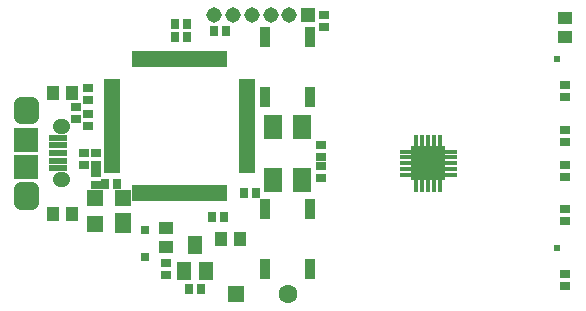
<source format=gts>
G04 EAGLE Gerber RS-274X export*
G75*
%MOMM*%
%FSLAX34Y34*%
%LPD*%
%INTop Solder Mask*%
%IPPOS*%
%AMOC8*
5,1,8,0,0,1.08239X$1,22.5*%
G01*
%ADD10C,0.603200*%
%ADD11R,0.965200X1.727200*%
%ADD12R,1.603200X2.103200*%
%ADD13R,1.203200X1.603200*%
%ADD14R,1.403200X0.503200*%
%ADD15R,0.503200X1.403200*%
%ADD16R,1.309600X1.309600*%
%ADD17C,1.309600*%
%ADD18R,1.553200X0.603200*%
%ADD19R,2.103200X2.003200*%
%ADD20C,1.156759*%
%ADD21C,1.198944*%
%ADD22R,1.203200X1.003200*%
%ADD23R,1.403200X1.703200*%
%ADD24R,1.403200X1.403200*%
%ADD25R,0.803200X0.703200*%
%ADD26R,0.953200X0.703200*%
%ADD27R,1.003200X1.203200*%
%ADD28R,0.703200X0.953200*%
%ADD29R,1.400000X1.400000*%
%ADD30C,1.600000*%
%ADD31R,0.457200X1.016000*%
%ADD32R,1.016000X0.457200*%
%ADD33R,2.946400X2.946400*%


D10*
X466996Y53604D03*
X466996Y213604D03*
D11*
X257810Y231648D03*
X257810Y180848D03*
X219710Y231648D03*
X219710Y180848D03*
X257810Y86360D03*
X257810Y35560D03*
X219710Y86360D03*
X219710Y35560D03*
D12*
X226260Y156104D03*
X226260Y111104D03*
X251260Y111104D03*
X251260Y156104D03*
D13*
X160528Y55704D03*
X170028Y33704D03*
X151028Y33704D03*
D14*
X204320Y118964D03*
X204320Y123964D03*
X204320Y128964D03*
X204320Y133964D03*
X204320Y138964D03*
X204320Y143964D03*
X204320Y148964D03*
X204320Y153964D03*
X204320Y158964D03*
X204320Y163964D03*
X204320Y168964D03*
X204320Y173964D03*
X204320Y178964D03*
X204320Y183964D03*
X204320Y188964D03*
X204320Y193964D03*
D15*
X184820Y213464D03*
X179820Y213464D03*
X174820Y213464D03*
X169820Y213464D03*
X164820Y213464D03*
X159820Y213464D03*
X154820Y213464D03*
X149820Y213464D03*
X144820Y213464D03*
X139820Y213464D03*
X134820Y213464D03*
X129820Y213464D03*
X124820Y213464D03*
X119820Y213464D03*
X114820Y213464D03*
X109820Y213464D03*
D14*
X90320Y193964D03*
X90320Y188964D03*
X90320Y183964D03*
X90320Y178964D03*
X90320Y173964D03*
X90320Y168964D03*
X90320Y163964D03*
X90320Y158964D03*
X90320Y153964D03*
X90320Y148964D03*
X90320Y143964D03*
X90320Y138964D03*
X90320Y133964D03*
X90320Y128964D03*
X90320Y123964D03*
X90320Y118964D03*
D15*
X109820Y99464D03*
X114820Y99464D03*
X119820Y99464D03*
X124820Y99464D03*
X129820Y99464D03*
X134820Y99464D03*
X139820Y99464D03*
X144820Y99464D03*
X149820Y99464D03*
X154820Y99464D03*
X159820Y99464D03*
X164820Y99464D03*
X169820Y99464D03*
X174820Y99464D03*
X179820Y99464D03*
X184820Y99464D03*
D16*
X256032Y250952D03*
D17*
X240157Y250952D03*
X224282Y250952D03*
X208407Y250952D03*
X192532Y250952D03*
X176657Y250952D03*
D18*
X44276Y133604D03*
X44276Y140104D03*
X44276Y146604D03*
X44276Y127104D03*
X44276Y120604D03*
D19*
X17526Y145104D03*
X17526Y122104D03*
D20*
X22258Y102836D02*
X22258Y91622D01*
X12794Y91622D01*
X12794Y102836D01*
X22258Y102836D01*
X22258Y102612D02*
X12794Y102612D01*
X22258Y164372D02*
X22258Y175586D01*
X22258Y164372D02*
X12794Y164372D01*
X12794Y175586D01*
X22258Y175586D01*
X22258Y175362D02*
X12794Y175362D01*
D21*
X46254Y155332D02*
X48798Y155332D01*
X46254Y155332D02*
X46254Y156376D01*
X48798Y156376D01*
X48798Y155332D01*
X48798Y110832D02*
X46254Y110832D01*
X46254Y111876D01*
X48798Y111876D01*
X48798Y110832D01*
D22*
X136144Y69976D03*
X136144Y53976D03*
D23*
X99156Y74848D03*
D24*
X99156Y95358D03*
X75596Y95308D03*
X75596Y73348D03*
D25*
X118364Y68904D03*
X118364Y45904D03*
D26*
X70104Y166624D03*
X70104Y156464D03*
X66040Y134112D03*
X66040Y123952D03*
X76200Y134112D03*
X76200Y123952D03*
X59944Y172720D03*
X59944Y162560D03*
X70104Y188976D03*
X70104Y178816D03*
D27*
X55752Y184912D03*
X39752Y184912D03*
X55752Y82296D03*
X39752Y82296D03*
D26*
X267208Y130048D03*
X267208Y140208D03*
X267208Y122936D03*
X267208Y112776D03*
D28*
X153416Y231648D03*
X143256Y231648D03*
X84328Y107696D03*
X94488Y107696D03*
D26*
X76200Y106680D03*
X76200Y116840D03*
D28*
X174752Y79248D03*
X184912Y79248D03*
X153416Y242824D03*
X143256Y242824D03*
X212344Y99568D03*
X202184Y99568D03*
X186944Y236728D03*
X176784Y236728D03*
D26*
X269240Y240792D03*
X269240Y250952D03*
X473456Y143256D03*
X473456Y153416D03*
X473456Y123952D03*
X473456Y113792D03*
X473456Y76200D03*
X473456Y86360D03*
X473456Y21336D03*
X473456Y31496D03*
D28*
X165608Y18288D03*
X155448Y18288D03*
D26*
X136144Y40640D03*
X136144Y30480D03*
D27*
X197992Y60960D03*
X181992Y60960D03*
D26*
X473456Y180848D03*
X473456Y191008D03*
D29*
X195072Y14224D03*
D30*
X238760Y14224D03*
D22*
X473456Y247776D03*
X473456Y231776D03*
D31*
X347632Y105918D03*
X352632Y105918D03*
X357632Y105918D03*
X362632Y105918D03*
X367632Y105918D03*
D32*
X376682Y114968D03*
X376682Y119968D03*
X376682Y124968D03*
X376682Y129968D03*
X376682Y134968D03*
D31*
X367632Y144018D03*
X362632Y144018D03*
X357632Y144018D03*
X352632Y144018D03*
X347632Y144018D03*
D32*
X338582Y134968D03*
X338582Y129968D03*
X338582Y124968D03*
X338582Y119968D03*
X338582Y114968D03*
D33*
X357632Y124968D03*
M02*

</source>
